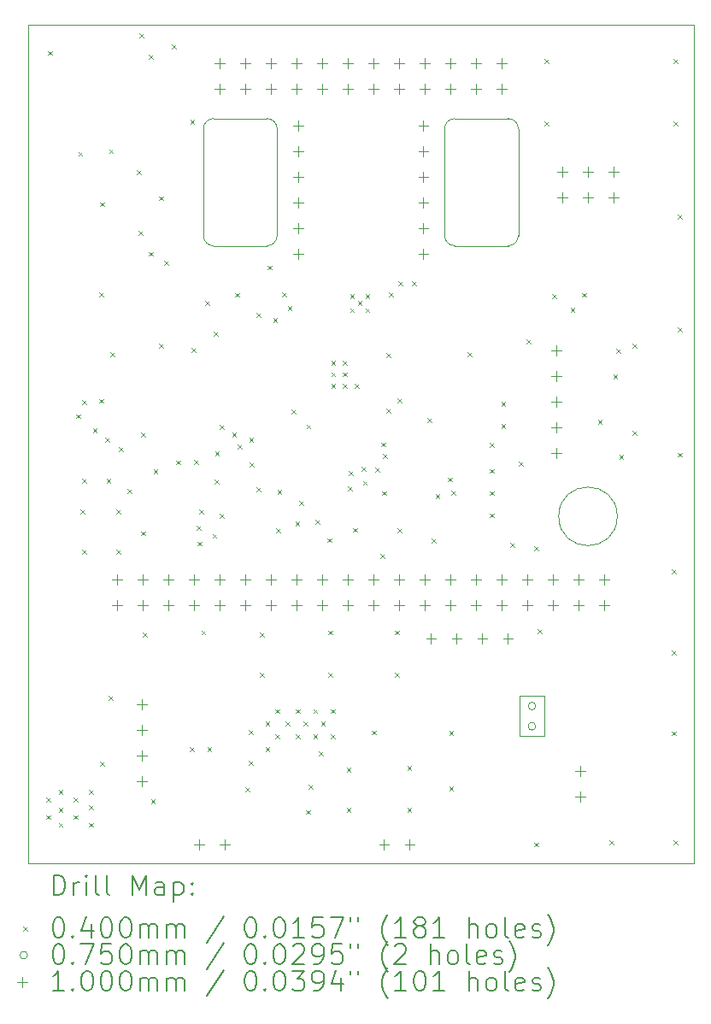
<source format=gbr>
%FSLAX45Y45*%
G04 Gerber Fmt 4.5, Leading zero omitted, Abs format (unit mm)*
G04 Created by KiCad (PCBNEW (6.0.0-0)) date 2022-06-01 15:58:11*
%MOMM*%
%LPD*%
G01*
G04 APERTURE LIST*
%TA.AperFunction,Profile*%
%ADD10C,0.050000*%
%TD*%
%TA.AperFunction,Profile*%
%ADD11C,0.100000*%
%TD*%
%ADD12C,0.200000*%
%ADD13C,0.040000*%
%ADD14C,0.075000*%
%ADD15C,0.100000*%
G04 APERTURE END LIST*
D10*
X10370100Y-8190000D02*
G75*
G03*
X10470100Y-8090000I0J100000D01*
G01*
D11*
X13120000Y-13049500D02*
X12870000Y-13049500D01*
X12870000Y-13049500D02*
X12870000Y-12649500D01*
X12870000Y-12649500D02*
X13120000Y-12649500D01*
X13120000Y-12649500D02*
X13120000Y-13049500D01*
D10*
X12229900Y-8190000D02*
X12759900Y-8190000D01*
X12229900Y-6930000D02*
G75*
G03*
X12129900Y-7030000I0J-100000D01*
G01*
X10370100Y-6930000D02*
X9840100Y-6930000D01*
X10470100Y-8090000D02*
X10470100Y-7030000D01*
X12859900Y-8090000D02*
X12859900Y-7030000D01*
X9740100Y-8090000D02*
G75*
G03*
X9840100Y-8190000I100000J0D01*
G01*
X8000000Y-14310000D02*
X8000000Y-6000000D01*
X10470100Y-7030000D02*
G75*
G03*
X10370100Y-6930000I-100000J0D01*
G01*
D11*
X13840000Y-10870000D02*
G75*
G03*
X13840000Y-10870000I-290000J0D01*
G01*
D10*
X12859900Y-7030000D02*
G75*
G03*
X12759900Y-6930000I-100000J0D01*
G01*
X12229900Y-6930000D02*
X12759900Y-6930000D01*
X12129900Y-8090000D02*
G75*
G03*
X12229900Y-8190000I100000J0D01*
G01*
X9840100Y-6930000D02*
G75*
G03*
X9740100Y-7030000I0J-100000D01*
G01*
X14600000Y-14310000D02*
X8000000Y-14310000D01*
X12129900Y-7030000D02*
X12129900Y-8090000D01*
X14600000Y-6000000D02*
X14600000Y-14310000D01*
X9740100Y-7030000D02*
X9740100Y-8090000D01*
X9840100Y-8190000D02*
X10370100Y-8190000D01*
X12759900Y-8190000D02*
G75*
G03*
X12859900Y-8090000I0J100000D01*
G01*
X8000000Y-6000000D02*
X14600000Y-6000000D01*
D12*
D13*
X8180000Y-13655000D02*
X8220000Y-13695000D01*
X8220000Y-13655000D02*
X8180000Y-13695000D01*
X8180000Y-13830000D02*
X8220000Y-13870000D01*
X8220000Y-13830000D02*
X8180000Y-13870000D01*
X8200000Y-6260000D02*
X8240000Y-6300000D01*
X8240000Y-6260000D02*
X8200000Y-6300000D01*
X8305000Y-13580000D02*
X8345000Y-13620000D01*
X8345000Y-13580000D02*
X8305000Y-13620000D01*
X8305000Y-13755000D02*
X8345000Y-13795000D01*
X8345000Y-13755000D02*
X8305000Y-13795000D01*
X8305000Y-13905000D02*
X8345000Y-13945000D01*
X8345000Y-13905000D02*
X8305000Y-13945000D01*
X8455000Y-13655000D02*
X8495000Y-13695000D01*
X8495000Y-13655000D02*
X8455000Y-13695000D01*
X8455000Y-13830000D02*
X8495000Y-13870000D01*
X8495000Y-13830000D02*
X8455000Y-13870000D01*
X8480000Y-9860000D02*
X8520000Y-9900000D01*
X8520000Y-9860000D02*
X8480000Y-9900000D01*
X8500000Y-7260000D02*
X8540000Y-7300000D01*
X8540000Y-7260000D02*
X8500000Y-7300000D01*
X8520000Y-10800000D02*
X8560000Y-10840000D01*
X8560000Y-10800000D02*
X8520000Y-10840000D01*
X8540000Y-9720000D02*
X8580000Y-9760000D01*
X8580000Y-9720000D02*
X8540000Y-9760000D01*
X8540000Y-10500000D02*
X8580000Y-10540000D01*
X8580000Y-10500000D02*
X8540000Y-10540000D01*
X8540000Y-11200000D02*
X8580000Y-11240000D01*
X8580000Y-11200000D02*
X8540000Y-11240000D01*
X8605000Y-13580000D02*
X8645000Y-13620000D01*
X8645000Y-13580000D02*
X8605000Y-13620000D01*
X8605000Y-13730000D02*
X8645000Y-13770000D01*
X8645000Y-13730000D02*
X8605000Y-13770000D01*
X8605000Y-13905000D02*
X8645000Y-13945000D01*
X8645000Y-13905000D02*
X8605000Y-13945000D01*
X8645000Y-10000000D02*
X8685000Y-10040000D01*
X8685000Y-10000000D02*
X8645000Y-10040000D01*
X8705000Y-8655000D02*
X8745000Y-8695000D01*
X8745000Y-8655000D02*
X8705000Y-8695000D01*
X8707500Y-9707000D02*
X8747500Y-9747000D01*
X8747500Y-9707000D02*
X8707500Y-9747000D01*
X8715000Y-7760000D02*
X8755000Y-7800000D01*
X8755000Y-7760000D02*
X8715000Y-7800000D01*
X8715400Y-13298300D02*
X8755400Y-13338300D01*
X8755400Y-13298300D02*
X8715400Y-13338300D01*
X8770000Y-10090000D02*
X8810000Y-10130000D01*
X8810000Y-10090000D02*
X8770000Y-10130000D01*
X8780000Y-10500000D02*
X8820000Y-10540000D01*
X8820000Y-10500000D02*
X8780000Y-10540000D01*
X8802500Y-12646700D02*
X8842500Y-12686700D01*
X8842500Y-12646700D02*
X8802500Y-12686700D01*
X8805000Y-7235000D02*
X8845000Y-7275000D01*
X8845000Y-7235000D02*
X8805000Y-7275000D01*
X8820000Y-9245000D02*
X8860000Y-9285000D01*
X8860000Y-9245000D02*
X8820000Y-9285000D01*
X8880000Y-10800000D02*
X8920000Y-10840000D01*
X8920000Y-10800000D02*
X8880000Y-10840000D01*
X8880000Y-11200000D02*
X8920000Y-11240000D01*
X8920000Y-11200000D02*
X8880000Y-11240000D01*
X8900000Y-10185000D02*
X8940000Y-10225000D01*
X8940000Y-10185000D02*
X8900000Y-10225000D01*
X8985000Y-10600000D02*
X9025000Y-10640000D01*
X9025000Y-10600000D02*
X8985000Y-10640000D01*
X9080000Y-7440000D02*
X9120000Y-7480000D01*
X9120000Y-7440000D02*
X9080000Y-7480000D01*
X9100000Y-8040000D02*
X9140000Y-8080000D01*
X9140000Y-8040000D02*
X9100000Y-8080000D01*
X9105000Y-6090000D02*
X9145000Y-6130000D01*
X9145000Y-6090000D02*
X9105000Y-6130000D01*
X9120000Y-10040000D02*
X9160000Y-10080000D01*
X9160000Y-10040000D02*
X9120000Y-10080000D01*
X9120000Y-11020000D02*
X9160000Y-11060000D01*
X9160000Y-11020000D02*
X9120000Y-11060000D01*
X9140000Y-12020000D02*
X9180000Y-12060000D01*
X9180000Y-12020000D02*
X9140000Y-12060000D01*
X9200000Y-6300000D02*
X9240000Y-6340000D01*
X9240000Y-6300000D02*
X9200000Y-6340000D01*
X9200000Y-8250000D02*
X9240000Y-8290000D01*
X9240000Y-8250000D02*
X9200000Y-8290000D01*
X9220500Y-13670500D02*
X9260500Y-13710500D01*
X9260500Y-13670500D02*
X9220500Y-13710500D01*
X9245000Y-10405000D02*
X9285000Y-10445000D01*
X9285000Y-10405000D02*
X9245000Y-10445000D01*
X9300000Y-7700000D02*
X9340000Y-7740000D01*
X9340000Y-7700000D02*
X9300000Y-7740000D01*
X9300000Y-9160000D02*
X9340000Y-9200000D01*
X9340000Y-9160000D02*
X9300000Y-9200000D01*
X9350000Y-8340000D02*
X9390000Y-8380000D01*
X9390000Y-8340000D02*
X9350000Y-8380000D01*
X9425000Y-6195000D02*
X9465000Y-6235000D01*
X9465000Y-6195000D02*
X9425000Y-6235000D01*
X9468000Y-10316200D02*
X9508000Y-10356200D01*
X9508000Y-10316200D02*
X9468000Y-10356200D01*
X9605000Y-13155000D02*
X9645000Y-13195000D01*
X9645000Y-13155000D02*
X9605000Y-13195000D01*
X9610000Y-6940000D02*
X9650000Y-6980000D01*
X9650000Y-6940000D02*
X9610000Y-6980000D01*
X9620000Y-9200000D02*
X9660000Y-9240000D01*
X9660000Y-9200000D02*
X9620000Y-9240000D01*
X9648500Y-10309200D02*
X9688500Y-10349200D01*
X9688500Y-10309200D02*
X9648500Y-10349200D01*
X9672600Y-10963400D02*
X9712600Y-11003400D01*
X9712600Y-10963400D02*
X9672600Y-11003400D01*
X9683400Y-11119900D02*
X9723400Y-11159900D01*
X9723400Y-11119900D02*
X9683400Y-11159900D01*
X9698600Y-10800300D02*
X9738600Y-10840300D01*
X9738600Y-10800300D02*
X9698600Y-10840300D01*
X9720000Y-12000000D02*
X9760000Y-12040000D01*
X9760000Y-12000000D02*
X9720000Y-12040000D01*
X9760000Y-8735000D02*
X9800000Y-8775000D01*
X9800000Y-8735000D02*
X9760000Y-8775000D01*
X9780000Y-13155000D02*
X9820000Y-13195000D01*
X9820000Y-13155000D02*
X9780000Y-13195000D01*
X9829600Y-11045200D02*
X9869600Y-11085200D01*
X9869600Y-11045200D02*
X9829600Y-11085200D01*
X9840000Y-9040000D02*
X9880000Y-9080000D01*
X9880000Y-9040000D02*
X9840000Y-9080000D01*
X9849000Y-10506500D02*
X9889000Y-10546500D01*
X9889000Y-10506500D02*
X9849000Y-10546500D01*
X9856000Y-10230200D02*
X9896000Y-10270200D01*
X9896000Y-10230200D02*
X9856000Y-10270200D01*
X9899400Y-10846300D02*
X9939400Y-10886300D01*
X9939400Y-10846300D02*
X9899400Y-10886300D01*
X9903800Y-9966100D02*
X9943800Y-10006100D01*
X9943800Y-9966100D02*
X9903800Y-10006100D01*
X10025200Y-10038200D02*
X10065200Y-10078200D01*
X10065200Y-10038200D02*
X10025200Y-10078200D01*
X10053600Y-8656800D02*
X10093600Y-8696800D01*
X10093600Y-8656800D02*
X10053600Y-8696800D01*
X10081300Y-10158800D02*
X10121300Y-10198800D01*
X10121300Y-10158800D02*
X10081300Y-10198800D01*
X10155000Y-13555000D02*
X10195000Y-13595000D01*
X10195000Y-13555000D02*
X10155000Y-13595000D01*
X10188700Y-13289700D02*
X10228700Y-13329700D01*
X10228700Y-13289700D02*
X10188700Y-13329700D01*
X10191900Y-12989000D02*
X10231900Y-13029000D01*
X10231900Y-12989000D02*
X10191900Y-13029000D01*
X10195000Y-10090000D02*
X10235000Y-10130000D01*
X10235000Y-10090000D02*
X10195000Y-10130000D01*
X10196100Y-10336200D02*
X10236100Y-10376200D01*
X10236100Y-10336200D02*
X10196100Y-10376200D01*
X10266000Y-10584500D02*
X10306000Y-10624500D01*
X10306000Y-10584500D02*
X10266000Y-10624500D01*
X10268800Y-8853700D02*
X10308800Y-8893700D01*
X10308800Y-8853700D02*
X10268800Y-8893700D01*
X10300000Y-12020000D02*
X10340000Y-12060000D01*
X10340000Y-12020000D02*
X10300000Y-12060000D01*
X10300000Y-12420000D02*
X10340000Y-12460000D01*
X10340000Y-12420000D02*
X10300000Y-12460000D01*
X10355000Y-12905000D02*
X10395000Y-12945000D01*
X10395000Y-12905000D02*
X10355000Y-12945000D01*
X10355000Y-13155000D02*
X10395000Y-13195000D01*
X10395000Y-13155000D02*
X10355000Y-13195000D01*
X10378500Y-8385400D02*
X10418500Y-8425400D01*
X10418500Y-8385400D02*
X10378500Y-8425400D01*
X10430000Y-8905000D02*
X10470000Y-8945000D01*
X10470000Y-8905000D02*
X10430000Y-8945000D01*
X10455000Y-12780000D02*
X10495000Y-12820000D01*
X10495000Y-12780000D02*
X10455000Y-12820000D01*
X10455000Y-13030000D02*
X10495000Y-13070000D01*
X10495000Y-13030000D02*
X10455000Y-13070000D01*
X10459600Y-10986500D02*
X10499600Y-11026500D01*
X10499600Y-10986500D02*
X10459600Y-11026500D01*
X10473200Y-10607450D02*
X10513200Y-10647450D01*
X10513200Y-10607450D02*
X10473200Y-10647450D01*
X10521900Y-8655400D02*
X10561900Y-8695400D01*
X10561900Y-8655400D02*
X10521900Y-8695400D01*
X10555000Y-12905000D02*
X10595000Y-12945000D01*
X10595000Y-12905000D02*
X10555000Y-12945000D01*
X10575000Y-8785000D02*
X10615000Y-8825000D01*
X10615000Y-8785000D02*
X10575000Y-8825000D01*
X10610900Y-9810400D02*
X10650900Y-9850400D01*
X10650900Y-9810400D02*
X10610900Y-9850400D01*
X10651400Y-10921100D02*
X10691400Y-10961100D01*
X10691400Y-10921100D02*
X10651400Y-10961100D01*
X10655000Y-12780000D02*
X10695000Y-12820000D01*
X10695000Y-12780000D02*
X10655000Y-12820000D01*
X10655000Y-13030000D02*
X10695000Y-13070000D01*
X10695000Y-13030000D02*
X10655000Y-13070000D01*
X10688800Y-10716200D02*
X10728800Y-10756200D01*
X10728800Y-10716200D02*
X10688800Y-10756200D01*
X10730000Y-12905000D02*
X10770000Y-12945000D01*
X10770000Y-12905000D02*
X10730000Y-12945000D01*
X10755000Y-13780000D02*
X10795000Y-13820000D01*
X10795000Y-13780000D02*
X10755000Y-13820000D01*
X10760000Y-9960000D02*
X10800000Y-10000000D01*
X10800000Y-9960000D02*
X10760000Y-10000000D01*
X10780000Y-13530000D02*
X10820000Y-13570000D01*
X10820000Y-13530000D02*
X10780000Y-13570000D01*
X10830000Y-12780000D02*
X10870000Y-12820000D01*
X10870000Y-12780000D02*
X10830000Y-12820000D01*
X10830000Y-13030000D02*
X10870000Y-13070000D01*
X10870000Y-13030000D02*
X10830000Y-13070000D01*
X10848000Y-10904100D02*
X10888000Y-10944100D01*
X10888000Y-10904100D02*
X10848000Y-10944100D01*
X10881500Y-13199400D02*
X10921500Y-13239400D01*
X10921500Y-13199400D02*
X10881500Y-13239400D01*
X10905000Y-12905000D02*
X10945000Y-12945000D01*
X10945000Y-12905000D02*
X10905000Y-12945000D01*
X10970500Y-11087700D02*
X11010500Y-11127700D01*
X11010500Y-11087700D02*
X10970500Y-11127700D01*
X10980000Y-12000000D02*
X11020000Y-12040000D01*
X11020000Y-12000000D02*
X10980000Y-12040000D01*
X10980000Y-12420000D02*
X11020000Y-12460000D01*
X11020000Y-12420000D02*
X10980000Y-12460000D01*
X11005000Y-12780000D02*
X11045000Y-12820000D01*
X11045000Y-12780000D02*
X11005000Y-12820000D01*
X11005000Y-13030000D02*
X11045000Y-13070000D01*
X11045000Y-13030000D02*
X11005000Y-13070000D01*
X11007000Y-9328000D02*
X11047000Y-9368000D01*
X11047000Y-9328000D02*
X11007000Y-9368000D01*
X11007000Y-9444000D02*
X11047000Y-9484000D01*
X11047000Y-9444000D02*
X11007000Y-9484000D01*
X11007000Y-9560000D02*
X11047000Y-9600000D01*
X11047000Y-9560000D02*
X11007000Y-9600000D01*
X11123000Y-9328000D02*
X11163000Y-9368000D01*
X11163000Y-9328000D02*
X11123000Y-9368000D01*
X11123000Y-9444000D02*
X11163000Y-9484000D01*
X11163000Y-9444000D02*
X11123000Y-9484000D01*
X11123000Y-9560000D02*
X11163000Y-9600000D01*
X11163000Y-9560000D02*
X11123000Y-9600000D01*
X11160000Y-13360000D02*
X11200000Y-13400000D01*
X11200000Y-13360000D02*
X11160000Y-13400000D01*
X11160000Y-13760000D02*
X11200000Y-13800000D01*
X11200000Y-13760000D02*
X11160000Y-13800000D01*
X11173470Y-10575070D02*
X11213470Y-10615070D01*
X11213470Y-10575070D02*
X11173470Y-10615070D01*
X11177800Y-10421800D02*
X11217800Y-10461800D01*
X11217800Y-10421800D02*
X11177800Y-10461800D01*
X11194000Y-8666500D02*
X11234000Y-8706500D01*
X11234000Y-8666500D02*
X11194000Y-8706500D01*
X11194000Y-8808500D02*
X11234000Y-8848500D01*
X11234000Y-8808500D02*
X11194000Y-8848500D01*
X11222000Y-10984300D02*
X11262000Y-11024300D01*
X11262000Y-10984300D02*
X11222000Y-11024300D01*
X11239000Y-9560000D02*
X11279000Y-9600000D01*
X11279000Y-9560000D02*
X11239000Y-9600000D01*
X11270000Y-8737500D02*
X11310000Y-8777500D01*
X11310000Y-8737500D02*
X11270000Y-8777500D01*
X11309400Y-10377300D02*
X11349400Y-10417300D01*
X11349400Y-10377300D02*
X11309400Y-10417300D01*
X11319800Y-10518800D02*
X11359800Y-10558800D01*
X11359800Y-10518800D02*
X11319800Y-10558800D01*
X11346000Y-8666500D02*
X11386000Y-8706500D01*
X11386000Y-8666500D02*
X11346000Y-8706500D01*
X11346000Y-8808500D02*
X11386000Y-8848500D01*
X11386000Y-8808500D02*
X11346000Y-8848500D01*
X11410200Y-12991800D02*
X11450200Y-13031800D01*
X11450200Y-12991800D02*
X11410200Y-13031800D01*
X11444400Y-10390500D02*
X11484400Y-10430500D01*
X11484400Y-10390500D02*
X11444400Y-10430500D01*
X11492800Y-11240200D02*
X11532800Y-11280200D01*
X11532800Y-11240200D02*
X11492800Y-11280200D01*
X11500100Y-10137300D02*
X11540100Y-10177300D01*
X11540100Y-10137300D02*
X11500100Y-10177300D01*
X11509400Y-10621700D02*
X11549400Y-10661700D01*
X11549400Y-10621700D02*
X11509400Y-10661700D01*
X11521100Y-10255600D02*
X11561100Y-10295600D01*
X11561100Y-10255600D02*
X11521100Y-10295600D01*
X11553700Y-9801800D02*
X11593700Y-9841800D01*
X11593700Y-9801800D02*
X11553700Y-9841800D01*
X11555000Y-9255000D02*
X11595000Y-9295000D01*
X11595000Y-9255000D02*
X11555000Y-9295000D01*
X11580000Y-8655000D02*
X11620000Y-8695000D01*
X11620000Y-8655000D02*
X11580000Y-8695000D01*
X11640000Y-12000000D02*
X11680000Y-12040000D01*
X11680000Y-12000000D02*
X11640000Y-12040000D01*
X11640000Y-12420000D02*
X11680000Y-12460000D01*
X11680000Y-12420000D02*
X11640000Y-12460000D01*
X11661000Y-9700500D02*
X11701000Y-9740500D01*
X11701000Y-9700500D02*
X11661000Y-9740500D01*
X11661500Y-10987500D02*
X11701500Y-11027500D01*
X11701500Y-10987500D02*
X11661500Y-11027500D01*
X11671900Y-8543100D02*
X11711900Y-8583100D01*
X11711900Y-8543100D02*
X11671900Y-8583100D01*
X11760000Y-13340000D02*
X11800000Y-13380000D01*
X11800000Y-13340000D02*
X11760000Y-13380000D01*
X11760000Y-13760000D02*
X11800000Y-13800000D01*
X11800000Y-13760000D02*
X11760000Y-13800000D01*
X11809400Y-8544000D02*
X11849400Y-8584000D01*
X11849400Y-8544000D02*
X11809400Y-8584000D01*
X11961300Y-9898000D02*
X12001300Y-9938000D01*
X12001300Y-9898000D02*
X11961300Y-9938000D01*
X11999400Y-11087800D02*
X12039400Y-11127800D01*
X12039400Y-11087800D02*
X11999400Y-11127800D01*
X12040000Y-10650000D02*
X12080000Y-10690000D01*
X12080000Y-10650000D02*
X12040000Y-10690000D01*
X12164800Y-10485600D02*
X12204800Y-10525600D01*
X12204800Y-10485600D02*
X12164800Y-10525600D01*
X12175700Y-12998300D02*
X12215700Y-13038300D01*
X12215700Y-12998300D02*
X12175700Y-13038300D01*
X12175700Y-13546500D02*
X12215700Y-13586500D01*
X12215700Y-13546500D02*
X12175700Y-13586500D01*
X12194000Y-10614000D02*
X12234000Y-10654000D01*
X12234000Y-10614000D02*
X12194000Y-10654000D01*
X12355000Y-9245000D02*
X12395000Y-9285000D01*
X12395000Y-9245000D02*
X12355000Y-9285000D01*
X12580000Y-10140000D02*
X12620000Y-10180000D01*
X12620000Y-10140000D02*
X12580000Y-10180000D01*
X12580000Y-10400000D02*
X12620000Y-10440000D01*
X12620000Y-10400000D02*
X12580000Y-10440000D01*
X12580000Y-10620000D02*
X12620000Y-10660000D01*
X12620000Y-10620000D02*
X12580000Y-10660000D01*
X12580000Y-10840000D02*
X12620000Y-10880000D01*
X12620000Y-10840000D02*
X12580000Y-10880000D01*
X12691300Y-9738400D02*
X12731300Y-9778400D01*
X12731300Y-9738400D02*
X12691300Y-9778400D01*
X12692700Y-9954300D02*
X12732700Y-9994300D01*
X12732700Y-9954300D02*
X12692700Y-9994300D01*
X12779300Y-11136000D02*
X12819300Y-11176000D01*
X12819300Y-11136000D02*
X12779300Y-11176000D01*
X12864400Y-10331200D02*
X12904400Y-10371200D01*
X12904400Y-10331200D02*
X12864400Y-10371200D01*
X12940000Y-9120000D02*
X12980000Y-9160000D01*
X12980000Y-9120000D02*
X12940000Y-9160000D01*
X13015300Y-11168700D02*
X13055300Y-11208700D01*
X13055300Y-11168700D02*
X13015300Y-11208700D01*
X13020000Y-14100000D02*
X13060000Y-14140000D01*
X13060000Y-14100000D02*
X13020000Y-14140000D01*
X13049400Y-11988900D02*
X13089400Y-12028900D01*
X13089400Y-11988900D02*
X13049400Y-12028900D01*
X13120000Y-6340000D02*
X13160000Y-6380000D01*
X13160000Y-6340000D02*
X13120000Y-6380000D01*
X13120000Y-6960000D02*
X13160000Y-7000000D01*
X13160000Y-6960000D02*
X13120000Y-7000000D01*
X13197700Y-8667100D02*
X13237700Y-8707100D01*
X13237700Y-8667100D02*
X13197700Y-8707100D01*
X13376400Y-8802200D02*
X13416400Y-8842200D01*
X13416400Y-8802200D02*
X13376400Y-8842200D01*
X13492100Y-8657300D02*
X13532100Y-8697300D01*
X13532100Y-8657300D02*
X13492100Y-8697300D01*
X13647900Y-9911300D02*
X13687900Y-9951300D01*
X13687900Y-9911300D02*
X13647900Y-9951300D01*
X13760000Y-14080000D02*
X13800000Y-14120000D01*
X13800000Y-14080000D02*
X13760000Y-14120000D01*
X13799600Y-9463000D02*
X13839600Y-9503000D01*
X13839600Y-9463000D02*
X13799600Y-9503000D01*
X13832700Y-9209000D02*
X13872700Y-9249000D01*
X13872700Y-9209000D02*
X13832700Y-9249000D01*
X13860000Y-10260000D02*
X13900000Y-10300000D01*
X13900000Y-10260000D02*
X13860000Y-10300000D01*
X13992200Y-10026600D02*
X14032200Y-10066600D01*
X14032200Y-10026600D02*
X13992200Y-10066600D01*
X13993900Y-9159200D02*
X14033900Y-9199200D01*
X14033900Y-9159200D02*
X13993900Y-9199200D01*
X14378300Y-11398300D02*
X14418300Y-11438300D01*
X14418300Y-11398300D02*
X14378300Y-11438300D01*
X14380000Y-12200000D02*
X14420000Y-12240000D01*
X14420000Y-12200000D02*
X14380000Y-12240000D01*
X14380000Y-13000000D02*
X14420000Y-13040000D01*
X14420000Y-13000000D02*
X14380000Y-13040000D01*
X14400000Y-6340000D02*
X14440000Y-6380000D01*
X14440000Y-6340000D02*
X14400000Y-6380000D01*
X14400000Y-6960000D02*
X14440000Y-7000000D01*
X14440000Y-6960000D02*
X14400000Y-7000000D01*
X14400000Y-14080000D02*
X14440000Y-14120000D01*
X14440000Y-14080000D02*
X14400000Y-14120000D01*
X14440000Y-7880000D02*
X14480000Y-7920000D01*
X14480000Y-7880000D02*
X14440000Y-7920000D01*
X14440000Y-9000000D02*
X14480000Y-9040000D01*
X14480000Y-9000000D02*
X14440000Y-9040000D01*
X14440000Y-10240000D02*
X14480000Y-10280000D01*
X14480000Y-10240000D02*
X14440000Y-10280000D01*
D14*
X13032500Y-12749500D02*
G75*
G03*
X13032500Y-12749500I-37500J0D01*
G01*
X13032500Y-12949500D02*
G75*
G03*
X13032500Y-12949500I-37500J0D01*
G01*
D15*
X8887000Y-11443400D02*
X8887000Y-11543400D01*
X8837000Y-11493400D02*
X8937000Y-11493400D01*
X8887000Y-11697400D02*
X8887000Y-11797400D01*
X8837000Y-11747400D02*
X8937000Y-11747400D01*
X9130000Y-12679300D02*
X9130000Y-12779300D01*
X9080000Y-12729300D02*
X9180000Y-12729300D01*
X9130000Y-12933300D02*
X9130000Y-13033300D01*
X9080000Y-12983300D02*
X9180000Y-12983300D01*
X9130000Y-13187300D02*
X9130000Y-13287300D01*
X9080000Y-13237300D02*
X9180000Y-13237300D01*
X9130000Y-13441300D02*
X9130000Y-13541300D01*
X9080000Y-13491300D02*
X9180000Y-13491300D01*
X9141000Y-11443400D02*
X9141000Y-11543400D01*
X9091000Y-11493400D02*
X9191000Y-11493400D01*
X9141000Y-11697400D02*
X9141000Y-11797400D01*
X9091000Y-11747400D02*
X9191000Y-11747400D01*
X9395000Y-11443400D02*
X9395000Y-11543400D01*
X9345000Y-11493400D02*
X9445000Y-11493400D01*
X9395000Y-11697400D02*
X9395000Y-11797400D01*
X9345000Y-11747400D02*
X9445000Y-11747400D01*
X9649000Y-11443400D02*
X9649000Y-11543400D01*
X9599000Y-11493400D02*
X9699000Y-11493400D01*
X9649000Y-11697400D02*
X9649000Y-11797400D01*
X9599000Y-11747400D02*
X9699000Y-11747400D01*
X9696000Y-14069500D02*
X9696000Y-14169500D01*
X9646000Y-14119500D02*
X9746000Y-14119500D01*
X9903000Y-6331000D02*
X9903000Y-6431000D01*
X9853000Y-6381000D02*
X9953000Y-6381000D01*
X9903000Y-6585000D02*
X9903000Y-6685000D01*
X9853000Y-6635000D02*
X9953000Y-6635000D01*
X9903000Y-11443400D02*
X9903000Y-11543400D01*
X9853000Y-11493400D02*
X9953000Y-11493400D01*
X9903000Y-11697400D02*
X9903000Y-11797400D01*
X9853000Y-11747400D02*
X9953000Y-11747400D01*
X9950000Y-14069500D02*
X9950000Y-14169500D01*
X9900000Y-14119500D02*
X10000000Y-14119500D01*
X10157000Y-6331000D02*
X10157000Y-6431000D01*
X10107000Y-6381000D02*
X10207000Y-6381000D01*
X10157000Y-6585000D02*
X10157000Y-6685000D01*
X10107000Y-6635000D02*
X10207000Y-6635000D01*
X10157000Y-11443400D02*
X10157000Y-11543400D01*
X10107000Y-11493400D02*
X10207000Y-11493400D01*
X10157000Y-11697400D02*
X10157000Y-11797400D01*
X10107000Y-11747400D02*
X10207000Y-11747400D01*
X10411000Y-6331000D02*
X10411000Y-6431000D01*
X10361000Y-6381000D02*
X10461000Y-6381000D01*
X10411000Y-6585000D02*
X10411000Y-6685000D01*
X10361000Y-6635000D02*
X10461000Y-6635000D01*
X10411000Y-11443400D02*
X10411000Y-11543400D01*
X10361000Y-11493400D02*
X10461000Y-11493400D01*
X10411000Y-11697400D02*
X10411000Y-11797400D01*
X10361000Y-11747400D02*
X10461000Y-11747400D01*
X10665000Y-6331000D02*
X10665000Y-6431000D01*
X10615000Y-6381000D02*
X10715000Y-6381000D01*
X10665000Y-6585000D02*
X10665000Y-6685000D01*
X10615000Y-6635000D02*
X10715000Y-6635000D01*
X10665000Y-11443400D02*
X10665000Y-11543400D01*
X10615000Y-11493400D02*
X10715000Y-11493400D01*
X10665000Y-11697400D02*
X10665000Y-11797400D01*
X10615000Y-11747400D02*
X10715000Y-11747400D01*
X10680100Y-6948300D02*
X10680100Y-7048300D01*
X10630100Y-6998300D02*
X10730100Y-6998300D01*
X10680100Y-7202300D02*
X10680100Y-7302300D01*
X10630100Y-7252300D02*
X10730100Y-7252300D01*
X10680100Y-7456300D02*
X10680100Y-7556300D01*
X10630100Y-7506300D02*
X10730100Y-7506300D01*
X10680100Y-7710300D02*
X10680100Y-7810300D01*
X10630100Y-7760300D02*
X10730100Y-7760300D01*
X10680100Y-7964300D02*
X10680100Y-8064300D01*
X10630100Y-8014300D02*
X10730100Y-8014300D01*
X10680100Y-8218300D02*
X10680100Y-8318300D01*
X10630100Y-8268300D02*
X10730100Y-8268300D01*
X10919000Y-6331000D02*
X10919000Y-6431000D01*
X10869000Y-6381000D02*
X10969000Y-6381000D01*
X10919000Y-6585000D02*
X10919000Y-6685000D01*
X10869000Y-6635000D02*
X10969000Y-6635000D01*
X10919000Y-11443400D02*
X10919000Y-11543400D01*
X10869000Y-11493400D02*
X10969000Y-11493400D01*
X10919000Y-11697400D02*
X10919000Y-11797400D01*
X10869000Y-11747400D02*
X10969000Y-11747400D01*
X11173000Y-6331000D02*
X11173000Y-6431000D01*
X11123000Y-6381000D02*
X11223000Y-6381000D01*
X11173000Y-6585000D02*
X11173000Y-6685000D01*
X11123000Y-6635000D02*
X11223000Y-6635000D01*
X11173000Y-11443400D02*
X11173000Y-11543400D01*
X11123000Y-11493400D02*
X11223000Y-11493400D01*
X11173000Y-11697400D02*
X11173000Y-11797400D01*
X11123000Y-11747400D02*
X11223000Y-11747400D01*
X11427000Y-6331000D02*
X11427000Y-6431000D01*
X11377000Y-6381000D02*
X11477000Y-6381000D01*
X11427000Y-6585000D02*
X11427000Y-6685000D01*
X11377000Y-6635000D02*
X11477000Y-6635000D01*
X11427000Y-11443400D02*
X11427000Y-11543400D01*
X11377000Y-11493400D02*
X11477000Y-11493400D01*
X11427000Y-11697400D02*
X11427000Y-11797400D01*
X11377000Y-11747400D02*
X11477000Y-11747400D01*
X11530000Y-14069500D02*
X11530000Y-14169500D01*
X11480000Y-14119500D02*
X11580000Y-14119500D01*
X11681000Y-6331000D02*
X11681000Y-6431000D01*
X11631000Y-6381000D02*
X11731000Y-6381000D01*
X11681000Y-6585000D02*
X11681000Y-6685000D01*
X11631000Y-6635000D02*
X11731000Y-6635000D01*
X11681000Y-11443400D02*
X11681000Y-11543400D01*
X11631000Y-11493400D02*
X11731000Y-11493400D01*
X11681000Y-11697400D02*
X11681000Y-11797400D01*
X11631000Y-11747400D02*
X11731000Y-11747400D01*
X11784000Y-14069500D02*
X11784000Y-14169500D01*
X11734000Y-14119500D02*
X11834000Y-14119500D01*
X11919900Y-6948300D02*
X11919900Y-7048300D01*
X11869900Y-6998300D02*
X11969900Y-6998300D01*
X11919900Y-7202300D02*
X11919900Y-7302300D01*
X11869900Y-7252300D02*
X11969900Y-7252300D01*
X11919900Y-7456300D02*
X11919900Y-7556300D01*
X11869900Y-7506300D02*
X11969900Y-7506300D01*
X11919900Y-7710300D02*
X11919900Y-7810300D01*
X11869900Y-7760300D02*
X11969900Y-7760300D01*
X11919900Y-7964300D02*
X11919900Y-8064300D01*
X11869900Y-8014300D02*
X11969900Y-8014300D01*
X11919900Y-8218300D02*
X11919900Y-8318300D01*
X11869900Y-8268300D02*
X11969900Y-8268300D01*
X11935000Y-6331000D02*
X11935000Y-6431000D01*
X11885000Y-6381000D02*
X11985000Y-6381000D01*
X11935000Y-6585000D02*
X11935000Y-6685000D01*
X11885000Y-6635000D02*
X11985000Y-6635000D01*
X11935000Y-11443400D02*
X11935000Y-11543400D01*
X11885000Y-11493400D02*
X11985000Y-11493400D01*
X11935000Y-11697400D02*
X11935000Y-11797400D01*
X11885000Y-11747400D02*
X11985000Y-11747400D01*
X11996000Y-12029500D02*
X11996000Y-12129500D01*
X11946000Y-12079500D02*
X12046000Y-12079500D01*
X12189000Y-6331000D02*
X12189000Y-6431000D01*
X12139000Y-6381000D02*
X12239000Y-6381000D01*
X12189000Y-6585000D02*
X12189000Y-6685000D01*
X12139000Y-6635000D02*
X12239000Y-6635000D01*
X12189000Y-11443400D02*
X12189000Y-11543400D01*
X12139000Y-11493400D02*
X12239000Y-11493400D01*
X12189000Y-11697400D02*
X12189000Y-11797400D01*
X12139000Y-11747400D02*
X12239000Y-11747400D01*
X12250000Y-12029500D02*
X12250000Y-12129500D01*
X12200000Y-12079500D02*
X12300000Y-12079500D01*
X12443000Y-6331000D02*
X12443000Y-6431000D01*
X12393000Y-6381000D02*
X12493000Y-6381000D01*
X12443000Y-6585000D02*
X12443000Y-6685000D01*
X12393000Y-6635000D02*
X12493000Y-6635000D01*
X12443000Y-11443400D02*
X12443000Y-11543400D01*
X12393000Y-11493400D02*
X12493000Y-11493400D01*
X12443000Y-11697400D02*
X12443000Y-11797400D01*
X12393000Y-11747400D02*
X12493000Y-11747400D01*
X12504000Y-12029500D02*
X12504000Y-12129500D01*
X12454000Y-12079500D02*
X12554000Y-12079500D01*
X12697000Y-6331000D02*
X12697000Y-6431000D01*
X12647000Y-6381000D02*
X12747000Y-6381000D01*
X12697000Y-6585000D02*
X12697000Y-6685000D01*
X12647000Y-6635000D02*
X12747000Y-6635000D01*
X12697000Y-11443400D02*
X12697000Y-11543400D01*
X12647000Y-11493400D02*
X12747000Y-11493400D01*
X12697000Y-11697400D02*
X12697000Y-11797400D01*
X12647000Y-11747400D02*
X12747000Y-11747400D01*
X12758000Y-12029500D02*
X12758000Y-12129500D01*
X12708000Y-12079500D02*
X12808000Y-12079500D01*
X12951000Y-11443400D02*
X12951000Y-11543400D01*
X12901000Y-11493400D02*
X13001000Y-11493400D01*
X12951000Y-11697400D02*
X12951000Y-11797400D01*
X12901000Y-11747400D02*
X13001000Y-11747400D01*
X13205000Y-11443400D02*
X13205000Y-11543400D01*
X13155000Y-11493400D02*
X13255000Y-11493400D01*
X13205000Y-11697400D02*
X13205000Y-11797400D01*
X13155000Y-11747400D02*
X13255000Y-11747400D01*
X13233300Y-9178400D02*
X13233300Y-9278400D01*
X13183300Y-9228400D02*
X13283300Y-9228400D01*
X13233300Y-9432400D02*
X13233300Y-9532400D01*
X13183300Y-9482400D02*
X13283300Y-9482400D01*
X13233300Y-9686400D02*
X13233300Y-9786400D01*
X13183300Y-9736400D02*
X13283300Y-9736400D01*
X13233300Y-9940400D02*
X13233300Y-10040400D01*
X13183300Y-9990400D02*
X13283300Y-9990400D01*
X13233300Y-10194400D02*
X13233300Y-10294400D01*
X13183300Y-10244400D02*
X13283300Y-10244400D01*
X13298500Y-7408300D02*
X13298500Y-7508300D01*
X13248500Y-7458300D02*
X13348500Y-7458300D01*
X13298500Y-7662300D02*
X13298500Y-7762300D01*
X13248500Y-7712300D02*
X13348500Y-7712300D01*
X13459000Y-11443400D02*
X13459000Y-11543400D01*
X13409000Y-11493400D02*
X13509000Y-11493400D01*
X13459000Y-11697400D02*
X13459000Y-11797400D01*
X13409000Y-11747400D02*
X13509000Y-11747400D01*
X13475000Y-13345500D02*
X13475000Y-13445500D01*
X13425000Y-13395500D02*
X13525000Y-13395500D01*
X13475000Y-13599500D02*
X13475000Y-13699500D01*
X13425000Y-13649500D02*
X13525000Y-13649500D01*
X13552500Y-7408300D02*
X13552500Y-7508300D01*
X13502500Y-7458300D02*
X13602500Y-7458300D01*
X13552500Y-7662300D02*
X13552500Y-7762300D01*
X13502500Y-7712300D02*
X13602500Y-7712300D01*
X13713000Y-11443400D02*
X13713000Y-11543400D01*
X13663000Y-11493400D02*
X13763000Y-11493400D01*
X13713000Y-11697400D02*
X13713000Y-11797400D01*
X13663000Y-11747400D02*
X13763000Y-11747400D01*
X13806500Y-7408300D02*
X13806500Y-7508300D01*
X13756500Y-7458300D02*
X13856500Y-7458300D01*
X13806500Y-7662300D02*
X13806500Y-7762300D01*
X13756500Y-7712300D02*
X13856500Y-7712300D01*
D12*
X8255119Y-14622976D02*
X8255119Y-14422976D01*
X8302738Y-14422976D01*
X8331309Y-14432500D01*
X8350357Y-14451548D01*
X8359881Y-14470595D01*
X8369405Y-14508690D01*
X8369405Y-14537262D01*
X8359881Y-14575357D01*
X8350357Y-14594405D01*
X8331309Y-14613452D01*
X8302738Y-14622976D01*
X8255119Y-14622976D01*
X8455119Y-14622976D02*
X8455119Y-14489643D01*
X8455119Y-14527738D02*
X8464643Y-14508690D01*
X8474167Y-14499167D01*
X8493214Y-14489643D01*
X8512262Y-14489643D01*
X8578929Y-14622976D02*
X8578929Y-14489643D01*
X8578929Y-14422976D02*
X8569405Y-14432500D01*
X8578929Y-14442024D01*
X8588452Y-14432500D01*
X8578929Y-14422976D01*
X8578929Y-14442024D01*
X8702738Y-14622976D02*
X8683690Y-14613452D01*
X8674167Y-14594405D01*
X8674167Y-14422976D01*
X8807500Y-14622976D02*
X8788452Y-14613452D01*
X8778929Y-14594405D01*
X8778929Y-14422976D01*
X9036071Y-14622976D02*
X9036071Y-14422976D01*
X9102738Y-14565833D01*
X9169405Y-14422976D01*
X9169405Y-14622976D01*
X9350357Y-14622976D02*
X9350357Y-14518214D01*
X9340833Y-14499167D01*
X9321786Y-14489643D01*
X9283690Y-14489643D01*
X9264643Y-14499167D01*
X9350357Y-14613452D02*
X9331310Y-14622976D01*
X9283690Y-14622976D01*
X9264643Y-14613452D01*
X9255119Y-14594405D01*
X9255119Y-14575357D01*
X9264643Y-14556309D01*
X9283690Y-14546786D01*
X9331310Y-14546786D01*
X9350357Y-14537262D01*
X9445595Y-14489643D02*
X9445595Y-14689643D01*
X9445595Y-14499167D02*
X9464643Y-14489643D01*
X9502738Y-14489643D01*
X9521786Y-14499167D01*
X9531310Y-14508690D01*
X9540833Y-14527738D01*
X9540833Y-14584881D01*
X9531310Y-14603928D01*
X9521786Y-14613452D01*
X9502738Y-14622976D01*
X9464643Y-14622976D01*
X9445595Y-14613452D01*
X9626548Y-14603928D02*
X9636071Y-14613452D01*
X9626548Y-14622976D01*
X9617024Y-14613452D01*
X9626548Y-14603928D01*
X9626548Y-14622976D01*
X9626548Y-14499167D02*
X9636071Y-14508690D01*
X9626548Y-14518214D01*
X9617024Y-14508690D01*
X9626548Y-14499167D01*
X9626548Y-14518214D01*
D13*
X7957500Y-14932500D02*
X7997500Y-14972500D01*
X7997500Y-14932500D02*
X7957500Y-14972500D01*
D12*
X8293214Y-14842976D02*
X8312262Y-14842976D01*
X8331309Y-14852500D01*
X8340833Y-14862024D01*
X8350357Y-14881071D01*
X8359881Y-14919167D01*
X8359881Y-14966786D01*
X8350357Y-15004881D01*
X8340833Y-15023928D01*
X8331309Y-15033452D01*
X8312262Y-15042976D01*
X8293214Y-15042976D01*
X8274167Y-15033452D01*
X8264643Y-15023928D01*
X8255119Y-15004881D01*
X8245595Y-14966786D01*
X8245595Y-14919167D01*
X8255119Y-14881071D01*
X8264643Y-14862024D01*
X8274167Y-14852500D01*
X8293214Y-14842976D01*
X8445595Y-15023928D02*
X8455119Y-15033452D01*
X8445595Y-15042976D01*
X8436071Y-15033452D01*
X8445595Y-15023928D01*
X8445595Y-15042976D01*
X8626548Y-14909643D02*
X8626548Y-15042976D01*
X8578929Y-14833452D02*
X8531310Y-14976309D01*
X8655119Y-14976309D01*
X8769405Y-14842976D02*
X8788452Y-14842976D01*
X8807500Y-14852500D01*
X8817024Y-14862024D01*
X8826548Y-14881071D01*
X8836071Y-14919167D01*
X8836071Y-14966786D01*
X8826548Y-15004881D01*
X8817024Y-15023928D01*
X8807500Y-15033452D01*
X8788452Y-15042976D01*
X8769405Y-15042976D01*
X8750357Y-15033452D01*
X8740833Y-15023928D01*
X8731310Y-15004881D01*
X8721786Y-14966786D01*
X8721786Y-14919167D01*
X8731310Y-14881071D01*
X8740833Y-14862024D01*
X8750357Y-14852500D01*
X8769405Y-14842976D01*
X8959881Y-14842976D02*
X8978929Y-14842976D01*
X8997976Y-14852500D01*
X9007500Y-14862024D01*
X9017024Y-14881071D01*
X9026548Y-14919167D01*
X9026548Y-14966786D01*
X9017024Y-15004881D01*
X9007500Y-15023928D01*
X8997976Y-15033452D01*
X8978929Y-15042976D01*
X8959881Y-15042976D01*
X8940833Y-15033452D01*
X8931310Y-15023928D01*
X8921786Y-15004881D01*
X8912262Y-14966786D01*
X8912262Y-14919167D01*
X8921786Y-14881071D01*
X8931310Y-14862024D01*
X8940833Y-14852500D01*
X8959881Y-14842976D01*
X9112262Y-15042976D02*
X9112262Y-14909643D01*
X9112262Y-14928690D02*
X9121786Y-14919167D01*
X9140833Y-14909643D01*
X9169405Y-14909643D01*
X9188452Y-14919167D01*
X9197976Y-14938214D01*
X9197976Y-15042976D01*
X9197976Y-14938214D02*
X9207500Y-14919167D01*
X9226548Y-14909643D01*
X9255119Y-14909643D01*
X9274167Y-14919167D01*
X9283690Y-14938214D01*
X9283690Y-15042976D01*
X9378929Y-15042976D02*
X9378929Y-14909643D01*
X9378929Y-14928690D02*
X9388452Y-14919167D01*
X9407500Y-14909643D01*
X9436071Y-14909643D01*
X9455119Y-14919167D01*
X9464643Y-14938214D01*
X9464643Y-15042976D01*
X9464643Y-14938214D02*
X9474167Y-14919167D01*
X9493214Y-14909643D01*
X9521786Y-14909643D01*
X9540833Y-14919167D01*
X9550357Y-14938214D01*
X9550357Y-15042976D01*
X9940833Y-14833452D02*
X9769405Y-15090595D01*
X10197976Y-14842976D02*
X10217024Y-14842976D01*
X10236071Y-14852500D01*
X10245595Y-14862024D01*
X10255119Y-14881071D01*
X10264643Y-14919167D01*
X10264643Y-14966786D01*
X10255119Y-15004881D01*
X10245595Y-15023928D01*
X10236071Y-15033452D01*
X10217024Y-15042976D01*
X10197976Y-15042976D01*
X10178929Y-15033452D01*
X10169405Y-15023928D01*
X10159881Y-15004881D01*
X10150357Y-14966786D01*
X10150357Y-14919167D01*
X10159881Y-14881071D01*
X10169405Y-14862024D01*
X10178929Y-14852500D01*
X10197976Y-14842976D01*
X10350357Y-15023928D02*
X10359881Y-15033452D01*
X10350357Y-15042976D01*
X10340833Y-15033452D01*
X10350357Y-15023928D01*
X10350357Y-15042976D01*
X10483690Y-14842976D02*
X10502738Y-14842976D01*
X10521786Y-14852500D01*
X10531310Y-14862024D01*
X10540833Y-14881071D01*
X10550357Y-14919167D01*
X10550357Y-14966786D01*
X10540833Y-15004881D01*
X10531310Y-15023928D01*
X10521786Y-15033452D01*
X10502738Y-15042976D01*
X10483690Y-15042976D01*
X10464643Y-15033452D01*
X10455119Y-15023928D01*
X10445595Y-15004881D01*
X10436071Y-14966786D01*
X10436071Y-14919167D01*
X10445595Y-14881071D01*
X10455119Y-14862024D01*
X10464643Y-14852500D01*
X10483690Y-14842976D01*
X10740833Y-15042976D02*
X10626548Y-15042976D01*
X10683690Y-15042976D02*
X10683690Y-14842976D01*
X10664643Y-14871548D01*
X10645595Y-14890595D01*
X10626548Y-14900119D01*
X10921786Y-14842976D02*
X10826548Y-14842976D01*
X10817024Y-14938214D01*
X10826548Y-14928690D01*
X10845595Y-14919167D01*
X10893214Y-14919167D01*
X10912262Y-14928690D01*
X10921786Y-14938214D01*
X10931310Y-14957262D01*
X10931310Y-15004881D01*
X10921786Y-15023928D01*
X10912262Y-15033452D01*
X10893214Y-15042976D01*
X10845595Y-15042976D01*
X10826548Y-15033452D01*
X10817024Y-15023928D01*
X10997976Y-14842976D02*
X11131310Y-14842976D01*
X11045595Y-15042976D01*
X11197976Y-14842976D02*
X11197976Y-14881071D01*
X11274167Y-14842976D02*
X11274167Y-14881071D01*
X11569405Y-15119167D02*
X11559881Y-15109643D01*
X11540833Y-15081071D01*
X11531309Y-15062024D01*
X11521786Y-15033452D01*
X11512262Y-14985833D01*
X11512262Y-14947738D01*
X11521786Y-14900119D01*
X11531309Y-14871548D01*
X11540833Y-14852500D01*
X11559881Y-14823928D01*
X11569405Y-14814405D01*
X11750357Y-15042976D02*
X11636071Y-15042976D01*
X11693214Y-15042976D02*
X11693214Y-14842976D01*
X11674167Y-14871548D01*
X11655119Y-14890595D01*
X11636071Y-14900119D01*
X11864643Y-14928690D02*
X11845595Y-14919167D01*
X11836071Y-14909643D01*
X11826548Y-14890595D01*
X11826548Y-14881071D01*
X11836071Y-14862024D01*
X11845595Y-14852500D01*
X11864643Y-14842976D01*
X11902738Y-14842976D01*
X11921786Y-14852500D01*
X11931309Y-14862024D01*
X11940833Y-14881071D01*
X11940833Y-14890595D01*
X11931309Y-14909643D01*
X11921786Y-14919167D01*
X11902738Y-14928690D01*
X11864643Y-14928690D01*
X11845595Y-14938214D01*
X11836071Y-14947738D01*
X11826548Y-14966786D01*
X11826548Y-15004881D01*
X11836071Y-15023928D01*
X11845595Y-15033452D01*
X11864643Y-15042976D01*
X11902738Y-15042976D01*
X11921786Y-15033452D01*
X11931309Y-15023928D01*
X11940833Y-15004881D01*
X11940833Y-14966786D01*
X11931309Y-14947738D01*
X11921786Y-14938214D01*
X11902738Y-14928690D01*
X12131309Y-15042976D02*
X12017024Y-15042976D01*
X12074167Y-15042976D02*
X12074167Y-14842976D01*
X12055119Y-14871548D01*
X12036071Y-14890595D01*
X12017024Y-14900119D01*
X12369405Y-15042976D02*
X12369405Y-14842976D01*
X12455119Y-15042976D02*
X12455119Y-14938214D01*
X12445595Y-14919167D01*
X12426548Y-14909643D01*
X12397976Y-14909643D01*
X12378928Y-14919167D01*
X12369405Y-14928690D01*
X12578928Y-15042976D02*
X12559881Y-15033452D01*
X12550357Y-15023928D01*
X12540833Y-15004881D01*
X12540833Y-14947738D01*
X12550357Y-14928690D01*
X12559881Y-14919167D01*
X12578928Y-14909643D01*
X12607500Y-14909643D01*
X12626548Y-14919167D01*
X12636071Y-14928690D01*
X12645595Y-14947738D01*
X12645595Y-15004881D01*
X12636071Y-15023928D01*
X12626548Y-15033452D01*
X12607500Y-15042976D01*
X12578928Y-15042976D01*
X12759881Y-15042976D02*
X12740833Y-15033452D01*
X12731309Y-15014405D01*
X12731309Y-14842976D01*
X12912262Y-15033452D02*
X12893214Y-15042976D01*
X12855119Y-15042976D01*
X12836071Y-15033452D01*
X12826548Y-15014405D01*
X12826548Y-14938214D01*
X12836071Y-14919167D01*
X12855119Y-14909643D01*
X12893214Y-14909643D01*
X12912262Y-14919167D01*
X12921786Y-14938214D01*
X12921786Y-14957262D01*
X12826548Y-14976309D01*
X12997976Y-15033452D02*
X13017024Y-15042976D01*
X13055119Y-15042976D01*
X13074167Y-15033452D01*
X13083690Y-15014405D01*
X13083690Y-15004881D01*
X13074167Y-14985833D01*
X13055119Y-14976309D01*
X13026548Y-14976309D01*
X13007500Y-14966786D01*
X12997976Y-14947738D01*
X12997976Y-14938214D01*
X13007500Y-14919167D01*
X13026548Y-14909643D01*
X13055119Y-14909643D01*
X13074167Y-14919167D01*
X13150357Y-15119167D02*
X13159881Y-15109643D01*
X13178928Y-15081071D01*
X13188452Y-15062024D01*
X13197976Y-15033452D01*
X13207500Y-14985833D01*
X13207500Y-14947738D01*
X13197976Y-14900119D01*
X13188452Y-14871548D01*
X13178928Y-14852500D01*
X13159881Y-14823928D01*
X13150357Y-14814405D01*
D14*
X7997500Y-15216500D02*
G75*
G03*
X7997500Y-15216500I-37500J0D01*
G01*
D12*
X8293214Y-15106976D02*
X8312262Y-15106976D01*
X8331309Y-15116500D01*
X8340833Y-15126024D01*
X8350357Y-15145071D01*
X8359881Y-15183167D01*
X8359881Y-15230786D01*
X8350357Y-15268881D01*
X8340833Y-15287928D01*
X8331309Y-15297452D01*
X8312262Y-15306976D01*
X8293214Y-15306976D01*
X8274167Y-15297452D01*
X8264643Y-15287928D01*
X8255119Y-15268881D01*
X8245595Y-15230786D01*
X8245595Y-15183167D01*
X8255119Y-15145071D01*
X8264643Y-15126024D01*
X8274167Y-15116500D01*
X8293214Y-15106976D01*
X8445595Y-15287928D02*
X8455119Y-15297452D01*
X8445595Y-15306976D01*
X8436071Y-15297452D01*
X8445595Y-15287928D01*
X8445595Y-15306976D01*
X8521786Y-15106976D02*
X8655119Y-15106976D01*
X8569405Y-15306976D01*
X8826548Y-15106976D02*
X8731310Y-15106976D01*
X8721786Y-15202214D01*
X8731310Y-15192690D01*
X8750357Y-15183167D01*
X8797976Y-15183167D01*
X8817024Y-15192690D01*
X8826548Y-15202214D01*
X8836071Y-15221262D01*
X8836071Y-15268881D01*
X8826548Y-15287928D01*
X8817024Y-15297452D01*
X8797976Y-15306976D01*
X8750357Y-15306976D01*
X8731310Y-15297452D01*
X8721786Y-15287928D01*
X8959881Y-15106976D02*
X8978929Y-15106976D01*
X8997976Y-15116500D01*
X9007500Y-15126024D01*
X9017024Y-15145071D01*
X9026548Y-15183167D01*
X9026548Y-15230786D01*
X9017024Y-15268881D01*
X9007500Y-15287928D01*
X8997976Y-15297452D01*
X8978929Y-15306976D01*
X8959881Y-15306976D01*
X8940833Y-15297452D01*
X8931310Y-15287928D01*
X8921786Y-15268881D01*
X8912262Y-15230786D01*
X8912262Y-15183167D01*
X8921786Y-15145071D01*
X8931310Y-15126024D01*
X8940833Y-15116500D01*
X8959881Y-15106976D01*
X9112262Y-15306976D02*
X9112262Y-15173643D01*
X9112262Y-15192690D02*
X9121786Y-15183167D01*
X9140833Y-15173643D01*
X9169405Y-15173643D01*
X9188452Y-15183167D01*
X9197976Y-15202214D01*
X9197976Y-15306976D01*
X9197976Y-15202214D02*
X9207500Y-15183167D01*
X9226548Y-15173643D01*
X9255119Y-15173643D01*
X9274167Y-15183167D01*
X9283690Y-15202214D01*
X9283690Y-15306976D01*
X9378929Y-15306976D02*
X9378929Y-15173643D01*
X9378929Y-15192690D02*
X9388452Y-15183167D01*
X9407500Y-15173643D01*
X9436071Y-15173643D01*
X9455119Y-15183167D01*
X9464643Y-15202214D01*
X9464643Y-15306976D01*
X9464643Y-15202214D02*
X9474167Y-15183167D01*
X9493214Y-15173643D01*
X9521786Y-15173643D01*
X9540833Y-15183167D01*
X9550357Y-15202214D01*
X9550357Y-15306976D01*
X9940833Y-15097452D02*
X9769405Y-15354595D01*
X10197976Y-15106976D02*
X10217024Y-15106976D01*
X10236071Y-15116500D01*
X10245595Y-15126024D01*
X10255119Y-15145071D01*
X10264643Y-15183167D01*
X10264643Y-15230786D01*
X10255119Y-15268881D01*
X10245595Y-15287928D01*
X10236071Y-15297452D01*
X10217024Y-15306976D01*
X10197976Y-15306976D01*
X10178929Y-15297452D01*
X10169405Y-15287928D01*
X10159881Y-15268881D01*
X10150357Y-15230786D01*
X10150357Y-15183167D01*
X10159881Y-15145071D01*
X10169405Y-15126024D01*
X10178929Y-15116500D01*
X10197976Y-15106976D01*
X10350357Y-15287928D02*
X10359881Y-15297452D01*
X10350357Y-15306976D01*
X10340833Y-15297452D01*
X10350357Y-15287928D01*
X10350357Y-15306976D01*
X10483690Y-15106976D02*
X10502738Y-15106976D01*
X10521786Y-15116500D01*
X10531310Y-15126024D01*
X10540833Y-15145071D01*
X10550357Y-15183167D01*
X10550357Y-15230786D01*
X10540833Y-15268881D01*
X10531310Y-15287928D01*
X10521786Y-15297452D01*
X10502738Y-15306976D01*
X10483690Y-15306976D01*
X10464643Y-15297452D01*
X10455119Y-15287928D01*
X10445595Y-15268881D01*
X10436071Y-15230786D01*
X10436071Y-15183167D01*
X10445595Y-15145071D01*
X10455119Y-15126024D01*
X10464643Y-15116500D01*
X10483690Y-15106976D01*
X10626548Y-15126024D02*
X10636071Y-15116500D01*
X10655119Y-15106976D01*
X10702738Y-15106976D01*
X10721786Y-15116500D01*
X10731310Y-15126024D01*
X10740833Y-15145071D01*
X10740833Y-15164119D01*
X10731310Y-15192690D01*
X10617024Y-15306976D01*
X10740833Y-15306976D01*
X10836071Y-15306976D02*
X10874167Y-15306976D01*
X10893214Y-15297452D01*
X10902738Y-15287928D01*
X10921786Y-15259357D01*
X10931310Y-15221262D01*
X10931310Y-15145071D01*
X10921786Y-15126024D01*
X10912262Y-15116500D01*
X10893214Y-15106976D01*
X10855119Y-15106976D01*
X10836071Y-15116500D01*
X10826548Y-15126024D01*
X10817024Y-15145071D01*
X10817024Y-15192690D01*
X10826548Y-15211738D01*
X10836071Y-15221262D01*
X10855119Y-15230786D01*
X10893214Y-15230786D01*
X10912262Y-15221262D01*
X10921786Y-15211738D01*
X10931310Y-15192690D01*
X11112262Y-15106976D02*
X11017024Y-15106976D01*
X11007500Y-15202214D01*
X11017024Y-15192690D01*
X11036071Y-15183167D01*
X11083690Y-15183167D01*
X11102738Y-15192690D01*
X11112262Y-15202214D01*
X11121786Y-15221262D01*
X11121786Y-15268881D01*
X11112262Y-15287928D01*
X11102738Y-15297452D01*
X11083690Y-15306976D01*
X11036071Y-15306976D01*
X11017024Y-15297452D01*
X11007500Y-15287928D01*
X11197976Y-15106976D02*
X11197976Y-15145071D01*
X11274167Y-15106976D02*
X11274167Y-15145071D01*
X11569405Y-15383167D02*
X11559881Y-15373643D01*
X11540833Y-15345071D01*
X11531309Y-15326024D01*
X11521786Y-15297452D01*
X11512262Y-15249833D01*
X11512262Y-15211738D01*
X11521786Y-15164119D01*
X11531309Y-15135548D01*
X11540833Y-15116500D01*
X11559881Y-15087928D01*
X11569405Y-15078405D01*
X11636071Y-15126024D02*
X11645595Y-15116500D01*
X11664643Y-15106976D01*
X11712262Y-15106976D01*
X11731309Y-15116500D01*
X11740833Y-15126024D01*
X11750357Y-15145071D01*
X11750357Y-15164119D01*
X11740833Y-15192690D01*
X11626548Y-15306976D01*
X11750357Y-15306976D01*
X11988452Y-15306976D02*
X11988452Y-15106976D01*
X12074167Y-15306976D02*
X12074167Y-15202214D01*
X12064643Y-15183167D01*
X12045595Y-15173643D01*
X12017024Y-15173643D01*
X11997976Y-15183167D01*
X11988452Y-15192690D01*
X12197976Y-15306976D02*
X12178928Y-15297452D01*
X12169405Y-15287928D01*
X12159881Y-15268881D01*
X12159881Y-15211738D01*
X12169405Y-15192690D01*
X12178928Y-15183167D01*
X12197976Y-15173643D01*
X12226548Y-15173643D01*
X12245595Y-15183167D01*
X12255119Y-15192690D01*
X12264643Y-15211738D01*
X12264643Y-15268881D01*
X12255119Y-15287928D01*
X12245595Y-15297452D01*
X12226548Y-15306976D01*
X12197976Y-15306976D01*
X12378928Y-15306976D02*
X12359881Y-15297452D01*
X12350357Y-15278405D01*
X12350357Y-15106976D01*
X12531309Y-15297452D02*
X12512262Y-15306976D01*
X12474167Y-15306976D01*
X12455119Y-15297452D01*
X12445595Y-15278405D01*
X12445595Y-15202214D01*
X12455119Y-15183167D01*
X12474167Y-15173643D01*
X12512262Y-15173643D01*
X12531309Y-15183167D01*
X12540833Y-15202214D01*
X12540833Y-15221262D01*
X12445595Y-15240309D01*
X12617024Y-15297452D02*
X12636071Y-15306976D01*
X12674167Y-15306976D01*
X12693214Y-15297452D01*
X12702738Y-15278405D01*
X12702738Y-15268881D01*
X12693214Y-15249833D01*
X12674167Y-15240309D01*
X12645595Y-15240309D01*
X12626548Y-15230786D01*
X12617024Y-15211738D01*
X12617024Y-15202214D01*
X12626548Y-15183167D01*
X12645595Y-15173643D01*
X12674167Y-15173643D01*
X12693214Y-15183167D01*
X12769405Y-15383167D02*
X12778928Y-15373643D01*
X12797976Y-15345071D01*
X12807500Y-15326024D01*
X12817024Y-15297452D01*
X12826548Y-15249833D01*
X12826548Y-15211738D01*
X12817024Y-15164119D01*
X12807500Y-15135548D01*
X12797976Y-15116500D01*
X12778928Y-15087928D01*
X12769405Y-15078405D01*
D15*
X7947500Y-15430500D02*
X7947500Y-15530500D01*
X7897500Y-15480500D02*
X7997500Y-15480500D01*
D12*
X8359881Y-15570976D02*
X8245595Y-15570976D01*
X8302738Y-15570976D02*
X8302738Y-15370976D01*
X8283690Y-15399548D01*
X8264643Y-15418595D01*
X8245595Y-15428119D01*
X8445595Y-15551928D02*
X8455119Y-15561452D01*
X8445595Y-15570976D01*
X8436071Y-15561452D01*
X8445595Y-15551928D01*
X8445595Y-15570976D01*
X8578929Y-15370976D02*
X8597976Y-15370976D01*
X8617024Y-15380500D01*
X8626548Y-15390024D01*
X8636071Y-15409071D01*
X8645595Y-15447167D01*
X8645595Y-15494786D01*
X8636071Y-15532881D01*
X8626548Y-15551928D01*
X8617024Y-15561452D01*
X8597976Y-15570976D01*
X8578929Y-15570976D01*
X8559881Y-15561452D01*
X8550357Y-15551928D01*
X8540833Y-15532881D01*
X8531310Y-15494786D01*
X8531310Y-15447167D01*
X8540833Y-15409071D01*
X8550357Y-15390024D01*
X8559881Y-15380500D01*
X8578929Y-15370976D01*
X8769405Y-15370976D02*
X8788452Y-15370976D01*
X8807500Y-15380500D01*
X8817024Y-15390024D01*
X8826548Y-15409071D01*
X8836071Y-15447167D01*
X8836071Y-15494786D01*
X8826548Y-15532881D01*
X8817024Y-15551928D01*
X8807500Y-15561452D01*
X8788452Y-15570976D01*
X8769405Y-15570976D01*
X8750357Y-15561452D01*
X8740833Y-15551928D01*
X8731310Y-15532881D01*
X8721786Y-15494786D01*
X8721786Y-15447167D01*
X8731310Y-15409071D01*
X8740833Y-15390024D01*
X8750357Y-15380500D01*
X8769405Y-15370976D01*
X8959881Y-15370976D02*
X8978929Y-15370976D01*
X8997976Y-15380500D01*
X9007500Y-15390024D01*
X9017024Y-15409071D01*
X9026548Y-15447167D01*
X9026548Y-15494786D01*
X9017024Y-15532881D01*
X9007500Y-15551928D01*
X8997976Y-15561452D01*
X8978929Y-15570976D01*
X8959881Y-15570976D01*
X8940833Y-15561452D01*
X8931310Y-15551928D01*
X8921786Y-15532881D01*
X8912262Y-15494786D01*
X8912262Y-15447167D01*
X8921786Y-15409071D01*
X8931310Y-15390024D01*
X8940833Y-15380500D01*
X8959881Y-15370976D01*
X9112262Y-15570976D02*
X9112262Y-15437643D01*
X9112262Y-15456690D02*
X9121786Y-15447167D01*
X9140833Y-15437643D01*
X9169405Y-15437643D01*
X9188452Y-15447167D01*
X9197976Y-15466214D01*
X9197976Y-15570976D01*
X9197976Y-15466214D02*
X9207500Y-15447167D01*
X9226548Y-15437643D01*
X9255119Y-15437643D01*
X9274167Y-15447167D01*
X9283690Y-15466214D01*
X9283690Y-15570976D01*
X9378929Y-15570976D02*
X9378929Y-15437643D01*
X9378929Y-15456690D02*
X9388452Y-15447167D01*
X9407500Y-15437643D01*
X9436071Y-15437643D01*
X9455119Y-15447167D01*
X9464643Y-15466214D01*
X9464643Y-15570976D01*
X9464643Y-15466214D02*
X9474167Y-15447167D01*
X9493214Y-15437643D01*
X9521786Y-15437643D01*
X9540833Y-15447167D01*
X9550357Y-15466214D01*
X9550357Y-15570976D01*
X9940833Y-15361452D02*
X9769405Y-15618595D01*
X10197976Y-15370976D02*
X10217024Y-15370976D01*
X10236071Y-15380500D01*
X10245595Y-15390024D01*
X10255119Y-15409071D01*
X10264643Y-15447167D01*
X10264643Y-15494786D01*
X10255119Y-15532881D01*
X10245595Y-15551928D01*
X10236071Y-15561452D01*
X10217024Y-15570976D01*
X10197976Y-15570976D01*
X10178929Y-15561452D01*
X10169405Y-15551928D01*
X10159881Y-15532881D01*
X10150357Y-15494786D01*
X10150357Y-15447167D01*
X10159881Y-15409071D01*
X10169405Y-15390024D01*
X10178929Y-15380500D01*
X10197976Y-15370976D01*
X10350357Y-15551928D02*
X10359881Y-15561452D01*
X10350357Y-15570976D01*
X10340833Y-15561452D01*
X10350357Y-15551928D01*
X10350357Y-15570976D01*
X10483690Y-15370976D02*
X10502738Y-15370976D01*
X10521786Y-15380500D01*
X10531310Y-15390024D01*
X10540833Y-15409071D01*
X10550357Y-15447167D01*
X10550357Y-15494786D01*
X10540833Y-15532881D01*
X10531310Y-15551928D01*
X10521786Y-15561452D01*
X10502738Y-15570976D01*
X10483690Y-15570976D01*
X10464643Y-15561452D01*
X10455119Y-15551928D01*
X10445595Y-15532881D01*
X10436071Y-15494786D01*
X10436071Y-15447167D01*
X10445595Y-15409071D01*
X10455119Y-15390024D01*
X10464643Y-15380500D01*
X10483690Y-15370976D01*
X10617024Y-15370976D02*
X10740833Y-15370976D01*
X10674167Y-15447167D01*
X10702738Y-15447167D01*
X10721786Y-15456690D01*
X10731310Y-15466214D01*
X10740833Y-15485262D01*
X10740833Y-15532881D01*
X10731310Y-15551928D01*
X10721786Y-15561452D01*
X10702738Y-15570976D01*
X10645595Y-15570976D01*
X10626548Y-15561452D01*
X10617024Y-15551928D01*
X10836071Y-15570976D02*
X10874167Y-15570976D01*
X10893214Y-15561452D01*
X10902738Y-15551928D01*
X10921786Y-15523357D01*
X10931310Y-15485262D01*
X10931310Y-15409071D01*
X10921786Y-15390024D01*
X10912262Y-15380500D01*
X10893214Y-15370976D01*
X10855119Y-15370976D01*
X10836071Y-15380500D01*
X10826548Y-15390024D01*
X10817024Y-15409071D01*
X10817024Y-15456690D01*
X10826548Y-15475738D01*
X10836071Y-15485262D01*
X10855119Y-15494786D01*
X10893214Y-15494786D01*
X10912262Y-15485262D01*
X10921786Y-15475738D01*
X10931310Y-15456690D01*
X11102738Y-15437643D02*
X11102738Y-15570976D01*
X11055119Y-15361452D02*
X11007500Y-15504309D01*
X11131310Y-15504309D01*
X11197976Y-15370976D02*
X11197976Y-15409071D01*
X11274167Y-15370976D02*
X11274167Y-15409071D01*
X11569405Y-15647167D02*
X11559881Y-15637643D01*
X11540833Y-15609071D01*
X11531309Y-15590024D01*
X11521786Y-15561452D01*
X11512262Y-15513833D01*
X11512262Y-15475738D01*
X11521786Y-15428119D01*
X11531309Y-15399548D01*
X11540833Y-15380500D01*
X11559881Y-15351928D01*
X11569405Y-15342405D01*
X11750357Y-15570976D02*
X11636071Y-15570976D01*
X11693214Y-15570976D02*
X11693214Y-15370976D01*
X11674167Y-15399548D01*
X11655119Y-15418595D01*
X11636071Y-15428119D01*
X11874167Y-15370976D02*
X11893214Y-15370976D01*
X11912262Y-15380500D01*
X11921786Y-15390024D01*
X11931309Y-15409071D01*
X11940833Y-15447167D01*
X11940833Y-15494786D01*
X11931309Y-15532881D01*
X11921786Y-15551928D01*
X11912262Y-15561452D01*
X11893214Y-15570976D01*
X11874167Y-15570976D01*
X11855119Y-15561452D01*
X11845595Y-15551928D01*
X11836071Y-15532881D01*
X11826548Y-15494786D01*
X11826548Y-15447167D01*
X11836071Y-15409071D01*
X11845595Y-15390024D01*
X11855119Y-15380500D01*
X11874167Y-15370976D01*
X12131309Y-15570976D02*
X12017024Y-15570976D01*
X12074167Y-15570976D02*
X12074167Y-15370976D01*
X12055119Y-15399548D01*
X12036071Y-15418595D01*
X12017024Y-15428119D01*
X12369405Y-15570976D02*
X12369405Y-15370976D01*
X12455119Y-15570976D02*
X12455119Y-15466214D01*
X12445595Y-15447167D01*
X12426548Y-15437643D01*
X12397976Y-15437643D01*
X12378928Y-15447167D01*
X12369405Y-15456690D01*
X12578928Y-15570976D02*
X12559881Y-15561452D01*
X12550357Y-15551928D01*
X12540833Y-15532881D01*
X12540833Y-15475738D01*
X12550357Y-15456690D01*
X12559881Y-15447167D01*
X12578928Y-15437643D01*
X12607500Y-15437643D01*
X12626548Y-15447167D01*
X12636071Y-15456690D01*
X12645595Y-15475738D01*
X12645595Y-15532881D01*
X12636071Y-15551928D01*
X12626548Y-15561452D01*
X12607500Y-15570976D01*
X12578928Y-15570976D01*
X12759881Y-15570976D02*
X12740833Y-15561452D01*
X12731309Y-15542405D01*
X12731309Y-15370976D01*
X12912262Y-15561452D02*
X12893214Y-15570976D01*
X12855119Y-15570976D01*
X12836071Y-15561452D01*
X12826548Y-15542405D01*
X12826548Y-15466214D01*
X12836071Y-15447167D01*
X12855119Y-15437643D01*
X12893214Y-15437643D01*
X12912262Y-15447167D01*
X12921786Y-15466214D01*
X12921786Y-15485262D01*
X12826548Y-15504309D01*
X12997976Y-15561452D02*
X13017024Y-15570976D01*
X13055119Y-15570976D01*
X13074167Y-15561452D01*
X13083690Y-15542405D01*
X13083690Y-15532881D01*
X13074167Y-15513833D01*
X13055119Y-15504309D01*
X13026548Y-15504309D01*
X13007500Y-15494786D01*
X12997976Y-15475738D01*
X12997976Y-15466214D01*
X13007500Y-15447167D01*
X13026548Y-15437643D01*
X13055119Y-15437643D01*
X13074167Y-15447167D01*
X13150357Y-15647167D02*
X13159881Y-15637643D01*
X13178928Y-15609071D01*
X13188452Y-15590024D01*
X13197976Y-15561452D01*
X13207500Y-15513833D01*
X13207500Y-15475738D01*
X13197976Y-15428119D01*
X13188452Y-15399548D01*
X13178928Y-15380500D01*
X13159881Y-15351928D01*
X13150357Y-15342405D01*
M02*

</source>
